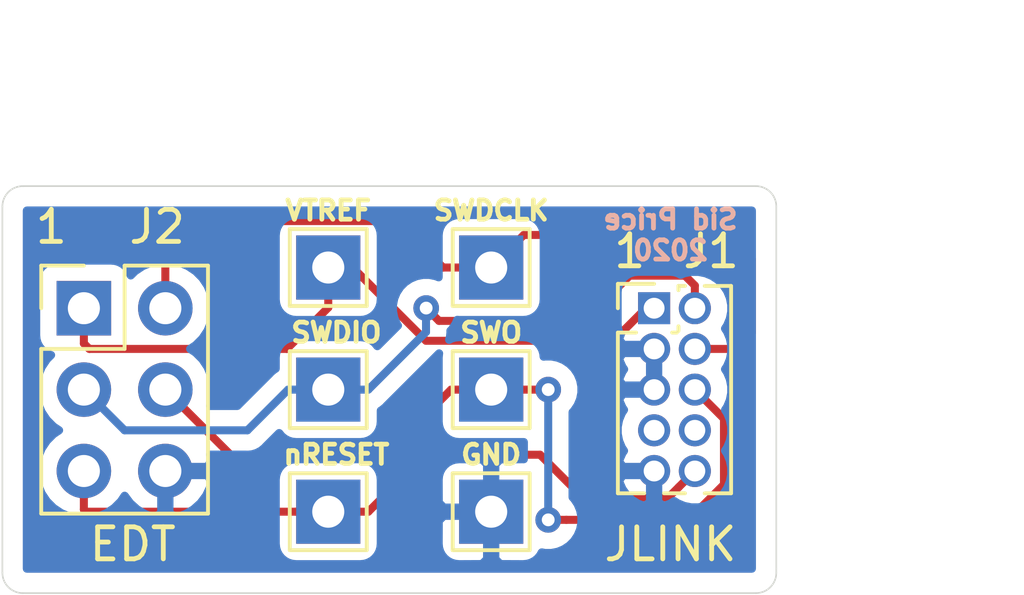
<source format=kicad_pcb>
(kicad_pcb (version 20171130) (host pcbnew "(5.1.5)-3")

  (general
    (thickness 1.6)
    (drawings 22)
    (tracks 61)
    (zones 0)
    (modules 8)
    (nets 9)
  )

  (page A4)
  (layers
    (0 F.Cu signal)
    (31 B.Cu signal)
    (32 B.Adhes user)
    (33 F.Adhes user)
    (34 B.Paste user)
    (35 F.Paste user)
    (36 B.SilkS user)
    (37 F.SilkS user)
    (38 B.Mask user)
    (39 F.Mask user)
    (40 Dwgs.User user)
    (41 Cmts.User user)
    (42 Eco1.User user)
    (43 Eco2.User user)
    (44 Edge.Cuts user)
    (45 Margin user)
    (46 B.CrtYd user)
    (47 F.CrtYd user)
    (48 B.Fab user hide)
    (49 F.Fab user hide)
  )

  (setup
    (last_trace_width 0.25)
    (user_trace_width 0.5)
    (user_trace_width 1)
    (user_trace_width 2)
    (user_trace_width 5)
    (trace_clearance 0.2)
    (zone_clearance 0.508)
    (zone_45_only no)
    (trace_min 0.2)
    (via_size 0.8)
    (via_drill 0.4)
    (via_min_size 0.4)
    (via_min_drill 0.3)
    (uvia_size 0.3)
    (uvia_drill 0.1)
    (uvias_allowed no)
    (uvia_min_size 0.2)
    (uvia_min_drill 0.1)
    (edge_width 0.05)
    (segment_width 0.2)
    (pcb_text_width 0.3)
    (pcb_text_size 1.5 1.5)
    (mod_edge_width 0.12)
    (mod_text_size 1 1)
    (mod_text_width 0.15)
    (pad_size 1.524 1.524)
    (pad_drill 0.762)
    (pad_to_mask_clearance 0.051)
    (solder_mask_min_width 0.25)
    (aux_axis_origin 0 0)
    (visible_elements 7FFFFFFF)
    (pcbplotparams
      (layerselection 0x010fc_ffffffff)
      (usegerberextensions false)
      (usegerberattributes false)
      (usegerberadvancedattributes false)
      (creategerberjobfile false)
      (excludeedgelayer true)
      (linewidth 0.100000)
      (plotframeref false)
      (viasonmask false)
      (mode 1)
      (useauxorigin false)
      (hpglpennumber 1)
      (hpglpenspeed 20)
      (hpglpendiameter 15.000000)
      (psnegative false)
      (psa4output false)
      (plotreference true)
      (plotvalue true)
      (plotinvisibletext false)
      (padsonsilk false)
      (subtractmaskfromsilk false)
      (outputformat 1)
      (mirror false)
      (drillshape 1)
      (scaleselection 1)
      (outputdirectory ""))
  )

  (net 0 "")
  (net 1 /nRESET)
  (net 2 /GND)
  (net 3 "Net-(J1-Pad8)")
  (net 4 "Net-(J1-Pad7)")
  (net 5 /SWO)
  (net 6 /SWDCLK)
  (net 7 /SWDIO)
  (net 8 /VTREF)

  (net_class Default "This is the default net class."
    (clearance 0.2)
    (trace_width 0.25)
    (via_dia 0.8)
    (via_drill 0.4)
    (uvia_dia 0.3)
    (uvia_drill 0.1)
    (add_net /GND)
    (add_net /SWDCLK)
    (add_net /SWDIO)
    (add_net /SWO)
    (add_net /VTREF)
    (add_net /nRESET)
    (add_net "Net-(J1-Pad7)")
    (add_net "Net-(J1-Pad8)")
  )

  (module Connector_PinHeader_1.27mm:PinHeader_2x05_P1.27mm_Vertical (layer F.Cu) (tedit 59FED6E3) (tstamp 5E93B445)
    (at 144.78 99.06)
    (descr "Through hole straight pin header, 2x05, 1.27mm pitch, double rows")
    (tags "Through hole pin header THT 2x05 1.27mm double row")
    (path /5E94CED8)
    (fp_text reference J1 (at 1.778 -1.778) (layer F.SilkS)
      (effects (font (size 1 1) (thickness 0.15)))
    )
    (fp_text value Conn_02x05_Odd_Even (at 0.635 6.775) (layer F.Fab)
      (effects (font (size 1 1) (thickness 0.15)))
    )
    (fp_text user %R (at 0.635 2.54 90) (layer F.Fab)
      (effects (font (size 1 1) (thickness 0.15)))
    )
    (fp_line (start 2.85 -1.15) (end -1.6 -1.15) (layer F.CrtYd) (width 0.05))
    (fp_line (start 2.85 6.25) (end 2.85 -1.15) (layer F.CrtYd) (width 0.05))
    (fp_line (start -1.6 6.25) (end 2.85 6.25) (layer F.CrtYd) (width 0.05))
    (fp_line (start -1.6 -1.15) (end -1.6 6.25) (layer F.CrtYd) (width 0.05))
    (fp_line (start -1.13 -0.76) (end 0 -0.76) (layer F.SilkS) (width 0.12))
    (fp_line (start -1.13 0) (end -1.13 -0.76) (layer F.SilkS) (width 0.12))
    (fp_line (start 1.57753 -0.695) (end 2.4 -0.695) (layer F.SilkS) (width 0.12))
    (fp_line (start 0.76 -0.695) (end 0.96247 -0.695) (layer F.SilkS) (width 0.12))
    (fp_line (start 0.76 -0.563471) (end 0.76 -0.695) (layer F.SilkS) (width 0.12))
    (fp_line (start 0.76 0.706529) (end 0.76 0.563471) (layer F.SilkS) (width 0.12))
    (fp_line (start 0.563471 0.76) (end 0.706529 0.76) (layer F.SilkS) (width 0.12))
    (fp_line (start -1.13 0.76) (end -0.563471 0.76) (layer F.SilkS) (width 0.12))
    (fp_line (start 2.4 -0.695) (end 2.4 5.775) (layer F.SilkS) (width 0.12))
    (fp_line (start -1.13 0.76) (end -1.13 5.775) (layer F.SilkS) (width 0.12))
    (fp_line (start 0.30753 5.775) (end 0.96247 5.775) (layer F.SilkS) (width 0.12))
    (fp_line (start 1.57753 5.775) (end 2.4 5.775) (layer F.SilkS) (width 0.12))
    (fp_line (start -1.13 5.775) (end -0.30753 5.775) (layer F.SilkS) (width 0.12))
    (fp_line (start -1.07 0.2175) (end -0.2175 -0.635) (layer F.Fab) (width 0.1))
    (fp_line (start -1.07 5.715) (end -1.07 0.2175) (layer F.Fab) (width 0.1))
    (fp_line (start 2.34 5.715) (end -1.07 5.715) (layer F.Fab) (width 0.1))
    (fp_line (start 2.34 -0.635) (end 2.34 5.715) (layer F.Fab) (width 0.1))
    (fp_line (start -0.2175 -0.635) (end 2.34 -0.635) (layer F.Fab) (width 0.1))
    (pad 10 thru_hole oval (at 1.27 5.08) (size 1 1) (drill 0.65) (layers *.Cu *.Mask)
      (net 1 /nRESET))
    (pad 9 thru_hole oval (at 0 5.08) (size 1 1) (drill 0.65) (layers *.Cu *.Mask)
      (net 2 /GND))
    (pad 8 thru_hole oval (at 1.27 3.81) (size 1 1) (drill 0.65) (layers *.Cu *.Mask)
      (net 3 "Net-(J1-Pad8)"))
    (pad 7 thru_hole oval (at 0 3.81) (size 1 1) (drill 0.65) (layers *.Cu *.Mask)
      (net 4 "Net-(J1-Pad7)"))
    (pad 6 thru_hole oval (at 1.27 2.54) (size 1 1) (drill 0.65) (layers *.Cu *.Mask)
      (net 5 /SWO))
    (pad 5 thru_hole oval (at 0 2.54) (size 1 1) (drill 0.65) (layers *.Cu *.Mask)
      (net 2 /GND))
    (pad 4 thru_hole oval (at 1.27 1.27) (size 1 1) (drill 0.65) (layers *.Cu *.Mask)
      (net 6 /SWDCLK))
    (pad 3 thru_hole oval (at 0 1.27) (size 1 1) (drill 0.65) (layers *.Cu *.Mask)
      (net 2 /GND))
    (pad 2 thru_hole oval (at 1.27 0) (size 1 1) (drill 0.65) (layers *.Cu *.Mask)
      (net 7 /SWDIO))
    (pad 1 thru_hole rect (at 0 0) (size 1 1) (drill 0.65) (layers *.Cu *.Mask)
      (net 8 /VTREF))
    (model ${KISYS3DMOD}/Connector_PinHeader_1.27mm.3dshapes/PinHeader_2x05_P1.27mm_Vertical.wrl
      (at (xyz 0 0 0))
      (scale (xyz 1 1 1))
      (rotate (xyz 0 0 0))
    )
  )

  (module Connector_PinHeader_2.54mm:PinHeader_2x03_P2.54mm_Vertical (layer F.Cu) (tedit 59FED5CC) (tstamp 5E93B364)
    (at 127 99.06)
    (descr "Through hole straight pin header, 2x03, 2.54mm pitch, double rows")
    (tags "Through hole pin header THT 2x03 2.54mm double row")
    (path /5E94BBFA)
    (fp_text reference J2 (at 2.286 -2.54) (layer F.SilkS)
      (effects (font (size 1 1) (thickness 0.15)))
    )
    (fp_text value Conn_02x03_Odd_Even (at 1.27 7.41) (layer F.Fab)
      (effects (font (size 1 1) (thickness 0.15)))
    )
    (fp_text user %R (at 1.27 2.54 90) (layer F.Fab)
      (effects (font (size 1 1) (thickness 0.15)))
    )
    (fp_line (start 4.35 -1.8) (end -1.8 -1.8) (layer F.CrtYd) (width 0.05))
    (fp_line (start 4.35 6.85) (end 4.35 -1.8) (layer F.CrtYd) (width 0.05))
    (fp_line (start -1.8 6.85) (end 4.35 6.85) (layer F.CrtYd) (width 0.05))
    (fp_line (start -1.8 -1.8) (end -1.8 6.85) (layer F.CrtYd) (width 0.05))
    (fp_line (start -1.33 -1.33) (end 0 -1.33) (layer F.SilkS) (width 0.12))
    (fp_line (start -1.33 0) (end -1.33 -1.33) (layer F.SilkS) (width 0.12))
    (fp_line (start 1.27 -1.33) (end 3.87 -1.33) (layer F.SilkS) (width 0.12))
    (fp_line (start 1.27 1.27) (end 1.27 -1.33) (layer F.SilkS) (width 0.12))
    (fp_line (start -1.33 1.27) (end 1.27 1.27) (layer F.SilkS) (width 0.12))
    (fp_line (start 3.87 -1.33) (end 3.87 6.41) (layer F.SilkS) (width 0.12))
    (fp_line (start -1.33 1.27) (end -1.33 6.41) (layer F.SilkS) (width 0.12))
    (fp_line (start -1.33 6.41) (end 3.87 6.41) (layer F.SilkS) (width 0.12))
    (fp_line (start -1.27 0) (end 0 -1.27) (layer F.Fab) (width 0.1))
    (fp_line (start -1.27 6.35) (end -1.27 0) (layer F.Fab) (width 0.1))
    (fp_line (start 3.81 6.35) (end -1.27 6.35) (layer F.Fab) (width 0.1))
    (fp_line (start 3.81 -1.27) (end 3.81 6.35) (layer F.Fab) (width 0.1))
    (fp_line (start 0 -1.27) (end 3.81 -1.27) (layer F.Fab) (width 0.1))
    (pad 6 thru_hole oval (at 2.54 5.08) (size 1.7 1.7) (drill 1) (layers *.Cu *.Mask)
      (net 2 /GND))
    (pad 5 thru_hole oval (at 0 5.08) (size 1.7 1.7) (drill 1) (layers *.Cu *.Mask)
      (net 1 /nRESET))
    (pad 4 thru_hole oval (at 2.54 2.54) (size 1.7 1.7) (drill 1) (layers *.Cu *.Mask)
      (net 5 /SWO))
    (pad 3 thru_hole oval (at 0 2.54) (size 1.7 1.7) (drill 1) (layers *.Cu *.Mask)
      (net 7 /SWDIO))
    (pad 2 thru_hole oval (at 2.54 0) (size 1.7 1.7) (drill 1) (layers *.Cu *.Mask)
      (net 6 /SWDCLK))
    (pad 1 thru_hole rect (at 0 0) (size 1.7 1.7) (drill 1) (layers *.Cu *.Mask)
      (net 8 /VTREF))
    (model ${KISYS3DMOD}/Connector_PinHeader_2.54mm.3dshapes/PinHeader_2x03_P2.54mm_Vertical.wrl
      (at (xyz 0 0 0))
      (scale (xyz 1 1 1))
      (rotate (xyz 0 0 0))
    )
  )

  (module TestPoint:TestPoint_THTPad_2.0x2.0mm_Drill1.0mm (layer F.Cu) (tedit 5A0F774F) (tstamp 5E94DF16)
    (at 139.7 105.41)
    (descr "THT rectangular pad as test Point, square 2.0mm_Drill1.0mm  side length, hole diameter 1.0mm")
    (tags "test point THT pad rectangle square")
    (path /5E950CE9)
    (attr virtual)
    (fp_text reference TP6 (at 0 -1.998) (layer F.SilkS) hide
      (effects (font (size 1 1) (thickness 0.15)))
    )
    (fp_text value TestPoint_Probe (at 0 2.05) (layer F.Fab)
      (effects (font (size 1 1) (thickness 0.15)))
    )
    (fp_line (start 1.5 1.5) (end -1.5 1.5) (layer F.CrtYd) (width 0.05))
    (fp_line (start 1.5 1.5) (end 1.5 -1.5) (layer F.CrtYd) (width 0.05))
    (fp_line (start -1.5 -1.5) (end -1.5 1.5) (layer F.CrtYd) (width 0.05))
    (fp_line (start -1.5 -1.5) (end 1.5 -1.5) (layer F.CrtYd) (width 0.05))
    (fp_line (start -1.2 1.2) (end -1.2 -1.2) (layer F.SilkS) (width 0.12))
    (fp_line (start 1.2 1.2) (end -1.2 1.2) (layer F.SilkS) (width 0.12))
    (fp_line (start 1.2 -1.2) (end 1.2 1.2) (layer F.SilkS) (width 0.12))
    (fp_line (start -1.2 -1.2) (end 1.2 -1.2) (layer F.SilkS) (width 0.12))
    (fp_text user %R (at 0 -2) (layer F.Fab)
      (effects (font (size 1 1) (thickness 0.15)))
    )
    (pad 1 thru_hole rect (at 0 0) (size 2 2) (drill 1) (layers *.Cu *.Mask)
      (net 2 /GND))
  )

  (module TestPoint:TestPoint_THTPad_2.0x2.0mm_Drill1.0mm (layer F.Cu) (tedit 5A0F774F) (tstamp 5E94D1BF)
    (at 134.62 105.41)
    (descr "THT rectangular pad as test Point, square 2.0mm_Drill1.0mm  side length, hole diameter 1.0mm")
    (tags "test point THT pad rectangle square")
    (path /5E950C0C)
    (attr virtual)
    (fp_text reference TP5 (at 0 -1.998) (layer F.SilkS) hide
      (effects (font (size 1 1) (thickness 0.15)))
    )
    (fp_text value TestPoint_Probe (at 0 2.05) (layer F.Fab)
      (effects (font (size 1 1) (thickness 0.15)))
    )
    (fp_line (start 1.5 1.5) (end -1.5 1.5) (layer F.CrtYd) (width 0.05))
    (fp_line (start 1.5 1.5) (end 1.5 -1.5) (layer F.CrtYd) (width 0.05))
    (fp_line (start -1.5 -1.5) (end -1.5 1.5) (layer F.CrtYd) (width 0.05))
    (fp_line (start -1.5 -1.5) (end 1.5 -1.5) (layer F.CrtYd) (width 0.05))
    (fp_line (start -1.2 1.2) (end -1.2 -1.2) (layer F.SilkS) (width 0.12))
    (fp_line (start 1.2 1.2) (end -1.2 1.2) (layer F.SilkS) (width 0.12))
    (fp_line (start 1.2 -1.2) (end 1.2 1.2) (layer F.SilkS) (width 0.12))
    (fp_line (start -1.2 -1.2) (end 1.2 -1.2) (layer F.SilkS) (width 0.12))
    (fp_text user %R (at 0 -2) (layer F.Fab)
      (effects (font (size 1 1) (thickness 0.15)))
    )
    (pad 1 thru_hole rect (at 0 0) (size 2 2) (drill 1) (layers *.Cu *.Mask)
      (net 1 /nRESET))
  )

  (module TestPoint:TestPoint_THTPad_2.0x2.0mm_Drill1.0mm (layer F.Cu) (tedit 5A0F774F) (tstamp 5E94D123)
    (at 134.62 97.79)
    (descr "THT rectangular pad as test Point, square 2.0mm_Drill1.0mm  side length, hole diameter 1.0mm")
    (tags "test point THT pad rectangle square")
    (path /5E950B2F)
    (attr virtual)
    (fp_text reference TP4 (at 0 -1.778) (layer F.SilkS) hide
      (effects (font (size 0.75 0.75) (thickness 0.15)))
    )
    (fp_text value TestPoint_Probe (at 0 2.05) (layer F.Fab)
      (effects (font (size 1 1) (thickness 0.15)))
    )
    (fp_line (start 1.5 1.5) (end -1.5 1.5) (layer F.CrtYd) (width 0.05))
    (fp_line (start 1.5 1.5) (end 1.5 -1.5) (layer F.CrtYd) (width 0.05))
    (fp_line (start -1.5 -1.5) (end -1.5 1.5) (layer F.CrtYd) (width 0.05))
    (fp_line (start -1.5 -1.5) (end 1.5 -1.5) (layer F.CrtYd) (width 0.05))
    (fp_line (start -1.2 1.2) (end -1.2 -1.2) (layer F.SilkS) (width 0.12))
    (fp_line (start 1.2 1.2) (end -1.2 1.2) (layer F.SilkS) (width 0.12))
    (fp_line (start 1.2 -1.2) (end 1.2 1.2) (layer F.SilkS) (width 0.12))
    (fp_line (start -1.2 -1.2) (end 1.2 -1.2) (layer F.SilkS) (width 0.12))
    (fp_text user %R (at 0 -2) (layer F.Fab)
      (effects (font (size 1 1) (thickness 0.15)))
    )
    (pad 1 thru_hole rect (at 0 0) (size 2 2) (drill 1) (layers *.Cu *.Mask)
      (net 8 /VTREF))
  )

  (module TestPoint:TestPoint_THTPad_2.0x2.0mm_Drill1.0mm (layer F.Cu) (tedit 5A0F774F) (tstamp 5E94D171)
    (at 139.7 101.6)
    (descr "THT rectangular pad as test Point, square 2.0mm_Drill1.0mm  side length, hole diameter 1.0mm")
    (tags "test point THT pad rectangle square")
    (path /5E950A52)
    (attr virtual)
    (fp_text reference TP3 (at 0 -1.998) (layer F.SilkS) hide
      (effects (font (size 1 1) (thickness 0.15)))
    )
    (fp_text value TestPoint_Probe (at 0 2.05) (layer F.Fab)
      (effects (font (size 1 1) (thickness 0.15)))
    )
    (fp_line (start 1.5 1.5) (end -1.5 1.5) (layer F.CrtYd) (width 0.05))
    (fp_line (start 1.5 1.5) (end 1.5 -1.5) (layer F.CrtYd) (width 0.05))
    (fp_line (start -1.5 -1.5) (end -1.5 1.5) (layer F.CrtYd) (width 0.05))
    (fp_line (start -1.5 -1.5) (end 1.5 -1.5) (layer F.CrtYd) (width 0.05))
    (fp_line (start -1.2 1.2) (end -1.2 -1.2) (layer F.SilkS) (width 0.12))
    (fp_line (start 1.2 1.2) (end -1.2 1.2) (layer F.SilkS) (width 0.12))
    (fp_line (start 1.2 -1.2) (end 1.2 1.2) (layer F.SilkS) (width 0.12))
    (fp_line (start -1.2 -1.2) (end 1.2 -1.2) (layer F.SilkS) (width 0.12))
    (fp_text user %R (at 0 -2) (layer F.Fab)
      (effects (font (size 1 1) (thickness 0.15)))
    )
    (pad 1 thru_hole rect (at 0 0) (size 2 2) (drill 1) (layers *.Cu *.Mask)
      (net 5 /SWO))
  )

  (module TestPoint:TestPoint_THTPad_2.0x2.0mm_Drill1.0mm (layer F.Cu) (tedit 5A0F774F) (tstamp 5E94D198)
    (at 139.7 97.79)
    (descr "THT rectangular pad as test Point, square 2.0mm_Drill1.0mm  side length, hole diameter 1.0mm")
    (tags "test point THT pad rectangle square")
    (path /5E950970)
    (attr virtual)
    (fp_text reference TP2 (at 0 -1.998) (layer F.SilkS) hide
      (effects (font (size 1 1) (thickness 0.15)))
    )
    (fp_text value TestPoint_Probe (at 0 2.05) (layer F.Fab)
      (effects (font (size 1 1) (thickness 0.15)))
    )
    (fp_line (start 1.5 1.5) (end -1.5 1.5) (layer F.CrtYd) (width 0.05))
    (fp_line (start 1.5 1.5) (end 1.5 -1.5) (layer F.CrtYd) (width 0.05))
    (fp_line (start -1.5 -1.5) (end -1.5 1.5) (layer F.CrtYd) (width 0.05))
    (fp_line (start -1.5 -1.5) (end 1.5 -1.5) (layer F.CrtYd) (width 0.05))
    (fp_line (start -1.2 1.2) (end -1.2 -1.2) (layer F.SilkS) (width 0.12))
    (fp_line (start 1.2 1.2) (end -1.2 1.2) (layer F.SilkS) (width 0.12))
    (fp_line (start 1.2 -1.2) (end 1.2 1.2) (layer F.SilkS) (width 0.12))
    (fp_line (start -1.2 -1.2) (end 1.2 -1.2) (layer F.SilkS) (width 0.12))
    (fp_text user %R (at 0 -2) (layer F.Fab)
      (effects (font (size 1 1) (thickness 0.15)))
    )
    (pad 1 thru_hole rect (at 0 0) (size 2 2) (drill 1) (layers *.Cu *.Mask)
      (net 6 /SWDCLK))
  )

  (module TestPoint:TestPoint_THTPad_2.0x2.0mm_Drill1.0mm (layer F.Cu) (tedit 5A0F774F) (tstamp 5E94D14A)
    (at 134.62 101.6)
    (descr "THT rectangular pad as test Point, square 2.0mm_Drill1.0mm  side length, hole diameter 1.0mm")
    (tags "test point THT pad rectangle square")
    (path /5E947A39)
    (attr virtual)
    (fp_text reference TP1 (at 0 -1.998) (layer F.SilkS) hide
      (effects (font (size 1 1) (thickness 0.15)))
    )
    (fp_text value TestPoint_Probe (at 0 2.05) (layer F.Fab)
      (effects (font (size 1 1) (thickness 0.15)))
    )
    (fp_line (start 1.5 1.5) (end -1.5 1.5) (layer F.CrtYd) (width 0.05))
    (fp_line (start 1.5 1.5) (end 1.5 -1.5) (layer F.CrtYd) (width 0.05))
    (fp_line (start -1.5 -1.5) (end -1.5 1.5) (layer F.CrtYd) (width 0.05))
    (fp_line (start -1.5 -1.5) (end 1.5 -1.5) (layer F.CrtYd) (width 0.05))
    (fp_line (start -1.2 1.2) (end -1.2 -1.2) (layer F.SilkS) (width 0.12))
    (fp_line (start 1.2 1.2) (end -1.2 1.2) (layer F.SilkS) (width 0.12))
    (fp_line (start 1.2 -1.2) (end 1.2 1.2) (layer F.SilkS) (width 0.12))
    (fp_line (start -1.2 -1.2) (end 1.2 -1.2) (layer F.SilkS) (width 0.12))
    (fp_text user %R (at 0 -2) (layer F.Fab)
      (effects (font (size 1 1) (thickness 0.15)))
    )
    (pad 1 thru_hole rect (at 0 0) (size 2 2) (drill 1) (layers *.Cu *.Mask)
      (net 7 /SWDIO))
  )

  (gr_arc (start 147.955 95.885) (end 148.59 95.885) (angle -90) (layer Edge.Cuts) (width 0.05))
  (gr_line (start 148.59 107.315) (end 148.59 107.188) (layer Edge.Cuts) (width 0.05) (tstamp 5E95527D))
  (gr_arc (start 147.955 107.315) (end 147.955 107.95) (angle -90) (layer Edge.Cuts) (width 0.05))
  (gr_line (start 148.59 95.885) (end 148.59 107.188) (layer Edge.Cuts) (width 0.05))
  (gr_line (start 147.955 107.95) (end 125.095 107.95) (layer Edge.Cuts) (width 0.05) (tstamp 5E95527B))
  (gr_arc (start 125.095 107.315) (end 124.46 107.315) (angle -90) (layer Edge.Cuts) (width 0.05))
  (gr_arc (start 125.095 95.885) (end 125.095 95.25) (angle -90) (layer Edge.Cuts) (width 0.05))
  (gr_line (start 124.46 95.885) (end 124.46 107.315) (layer Edge.Cuts) (width 0.05))
  (gr_line (start 125.095 95.25) (end 147.955 95.25) (layer Edge.Cuts) (width 0.05))
  (gr_text "Sid Price\n2020" (at 145.288 96.774) (layer B.SilkS)
    (effects (font (size 0.6 0.6) (thickness 0.15)) (justify mirror))
  )
  (gr_text JLINK (at 145.288 106.426) (layer F.SilkS)
    (effects (font (size 1 1) (thickness 0.15)))
  )
  (gr_text EDT (at 128.524 106.426) (layer F.SilkS)
    (effects (font (size 1 1) (thickness 0.15)))
  )
  (gr_text 1 (at 144.018 97.282) (layer F.SilkS)
    (effects (font (size 1 1) (thickness 0.15)))
  )
  (gr_text 1 (at 125.984 96.52) (layer F.SilkS)
    (effects (font (size 1 1) (thickness 0.15)))
  )
  (gr_text GND (at 139.7 103.632) (layer F.SilkS) (tstamp 5E94EA14)
    (effects (font (size 0.6 0.6) (thickness 0.15)))
  )
  (gr_text nRESET (at 134.874 103.632) (layer F.SilkS) (tstamp 5E94E9CD)
    (effects (font (size 0.6 0.6) (thickness 0.15)))
  )
  (gr_text SWO (at 139.7 99.822) (layer F.SilkS) (tstamp 5E94E9CD)
    (effects (font (size 0.6 0.6) (thickness 0.15)))
  )
  (gr_text SWDIO (at 134.874 99.822) (layer F.SilkS) (tstamp 5E94E9CD)
    (effects (font (size 0.6 0.6) (thickness 0.15)))
  )
  (gr_text SWDCLK (at 139.7 96.012) (layer F.SilkS) (tstamp 5E94E9CD)
    (effects (font (size 0.6 0.6) (thickness 0.15)))
  )
  (gr_text VTREF (at 134.62 96.012) (layer F.SilkS)
    (effects (font (size 0.6 0.6) (thickness 0.15)))
  )
  (dimension 12.7 (width 0.15) (layer Dwgs.User)
    (gr_text "0.5000 in" (at 154.97 101.6 270) (layer Dwgs.User)
      (effects (font (size 1 1) (thickness 0.15)))
    )
    (feature1 (pts (xy 148.59 107.95) (xy 154.256421 107.95)))
    (feature2 (pts (xy 148.59 95.25) (xy 154.256421 95.25)))
    (crossbar (pts (xy 153.67 95.25) (xy 153.67 107.95)))
    (arrow1a (pts (xy 153.67 107.95) (xy 153.083579 106.823496)))
    (arrow1b (pts (xy 153.67 107.95) (xy 154.256421 106.823496)))
    (arrow2a (pts (xy 153.67 95.25) (xy 153.083579 96.376504)))
    (arrow2b (pts (xy 153.67 95.25) (xy 154.256421 96.376504)))
  )
  (dimension 24.13 (width 0.15) (layer Dwgs.User)
    (gr_text "0.9500 in" (at 136.525 90.14) (layer Dwgs.User)
      (effects (font (size 1 1) (thickness 0.15)))
    )
    (feature1 (pts (xy 148.59 95.25) (xy 148.59 90.853579)))
    (feature2 (pts (xy 124.46 95.25) (xy 124.46 90.853579)))
    (crossbar (pts (xy 124.46 91.44) (xy 148.59 91.44)))
    (arrow1a (pts (xy 148.59 91.44) (xy 147.463496 92.026421)))
    (arrow1b (pts (xy 148.59 91.44) (xy 147.463496 90.853579)))
    (arrow2a (pts (xy 124.46 91.44) (xy 125.586504 92.026421)))
    (arrow2b (pts (xy 124.46 91.44) (xy 125.586504 90.853579)))
  )

  (segment (start 133.604 105.41) (end 134.62 105.41) (width 0.25) (layer F.Cu) (net 1))
  (segment (start 135.87 105.41) (end 137.648 103.632) (width 0.25) (layer F.Cu) (net 1))
  (segment (start 134.62 105.41) (end 135.87 105.41) (width 0.25) (layer F.Cu) (net 1))
  (segment (start 137.648 103.632) (end 141.224 103.632) (width 0.25) (layer F.Cu) (net 1))
  (segment (start 145.224999 104.965001) (end 145.550001 104.639999) (width 0.25) (layer F.Cu) (net 1))
  (segment (start 145.550001 104.639999) (end 146.05 104.14) (width 0.25) (layer F.Cu) (net 1))
  (segment (start 142.557001 104.965001) (end 145.224999 104.965001) (width 0.25) (layer F.Cu) (net 1))
  (segment (start 141.224 103.632) (end 142.557001 104.965001) (width 0.25) (layer F.Cu) (net 1))
  (segment (start 127 105.342081) (end 127 104.14) (width 0.25) (layer F.Cu) (net 1))
  (segment (start 127.067919 105.41) (end 127 105.342081) (width 0.25) (layer F.Cu) (net 1))
  (segment (start 134.62 105.41) (end 127.067919 105.41) (width 0.25) (layer F.Cu) (net 1))
  (segment (start 139.7 101.6) (end 141.477986 101.6) (width 0.25) (layer F.Cu) (net 5))
  (via (at 141.477986 101.6) (size 0.8) (drill 0.4) (layers F.Cu B.Cu) (net 5))
  (segment (start 141.477986 105.663986) (end 141.478 105.664) (width 0.25) (layer B.Cu) (net 5))
  (segment (start 142.043685 105.664) (end 141.478 105.664) (width 0.25) (layer F.Cu) (net 5))
  (segment (start 145.853685 105.664) (end 142.043685 105.664) (width 0.25) (layer F.Cu) (net 5))
  (segment (start 146.957999 102.507999) (end 146.957999 104.559686) (width 0.25) (layer F.Cu) (net 5))
  (via (at 141.478 105.664) (size 0.8) (drill 0.4) (layers F.Cu B.Cu) (net 5))
  (segment (start 146.957999 104.559686) (end 145.853685 105.664) (width 0.25) (layer F.Cu) (net 5))
  (segment (start 146.05 101.6) (end 146.957999 102.507999) (width 0.25) (layer F.Cu) (net 5))
  (segment (start 141.477986 101.6) (end 141.477986 105.663986) (width 0.25) (layer B.Cu) (net 5))
  (segment (start 138.45 101.6) (end 136.418 103.632) (width 0.25) (layer F.Cu) (net 5))
  (segment (start 139.7 101.6) (end 138.45 101.6) (width 0.25) (layer F.Cu) (net 5))
  (segment (start 131.572 103.632) (end 129.54 101.6) (width 0.25) (layer F.Cu) (net 5))
  (segment (start 136.418 103.632) (end 131.572 103.632) (width 0.25) (layer F.Cu) (net 5))
  (segment (start 136.749999 96.339999) (end 138.2 97.79) (width 0.25) (layer F.Cu) (net 6))
  (segment (start 138.2 97.79) (end 139.7 97.79) (width 0.25) (layer F.Cu) (net 6))
  (segment (start 147.32 100.33) (end 146.05 100.33) (width 0.25) (layer F.Cu) (net 6))
  (segment (start 140.716 96.774) (end 147.066 96.774) (width 0.25) (layer F.Cu) (net 6))
  (segment (start 147.066 96.774) (end 147.828 97.536) (width 0.25) (layer F.Cu) (net 6))
  (segment (start 147.828 97.536) (end 147.828 99.822) (width 0.25) (layer F.Cu) (net 6))
  (segment (start 139.7 97.79) (end 140.716 96.774) (width 0.25) (layer F.Cu) (net 6))
  (segment (start 147.828 99.822) (end 147.32 100.33) (width 0.25) (layer F.Cu) (net 6))
  (segment (start 136.749999 96.339999) (end 130.883999 96.339999) (width 0.25) (layer F.Cu) (net 6))
  (segment (start 129.54 97.683998) (end 129.54 99.06) (width 0.25) (layer F.Cu) (net 6))
  (segment (start 130.883999 96.339999) (end 129.54 97.683998) (width 0.25) (layer F.Cu) (net 6))
  (segment (start 135.87 101.6) (end 137.668 99.802) (width 0.25) (layer B.Cu) (net 7))
  (segment (start 134.62 101.6) (end 135.87 101.6) (width 0.25) (layer B.Cu) (net 7))
  (segment (start 137.668 99.802) (end 137.668 99.06) (width 0.25) (layer B.Cu) (net 7))
  (via (at 137.672653 99.055347) (size 0.8) (drill 0.4) (layers F.Cu B.Cu) (net 7))
  (segment (start 137.668 99.06) (end 137.672653 99.055347) (width 0.25) (layer B.Cu) (net 7))
  (segment (start 138.072652 99.455346) (end 142.606654 99.455346) (width 0.25) (layer F.Cu) (net 7))
  (segment (start 137.672653 99.055347) (end 138.072652 99.455346) (width 0.25) (layer F.Cu) (net 7))
  (segment (start 142.606654 99.455346) (end 144.018 98.044) (width 0.25) (layer F.Cu) (net 7))
  (segment (start 146.05 98.352894) (end 146.05 99.06) (width 0.25) (layer F.Cu) (net 7))
  (segment (start 145.741106 98.044) (end 146.05 98.352894) (width 0.25) (layer F.Cu) (net 7))
  (segment (start 144.018 98.044) (end 145.741106 98.044) (width 0.25) (layer F.Cu) (net 7))
  (segment (start 133.37 101.6) (end 132.1 102.87) (width 0.25) (layer B.Cu) (net 7))
  (segment (start 134.62 101.6) (end 133.37 101.6) (width 0.25) (layer B.Cu) (net 7))
  (segment (start 128.27 102.87) (end 127 101.6) (width 0.25) (layer B.Cu) (net 7))
  (segment (start 132.1 102.87) (end 128.27 102.87) (width 0.25) (layer B.Cu) (net 7))
  (segment (start 144.526 99.06) (end 144.78 99.06) (width 0.25) (layer F.Cu) (net 8))
  (segment (start 143.51 100.076) (end 144.526 99.06) (width 0.25) (layer F.Cu) (net 8))
  (segment (start 134.62 97.79) (end 135.382 97.79) (width 0.25) (layer F.Cu) (net 8))
  (segment (start 137.668 100.076) (end 143.51 100.076) (width 0.25) (layer F.Cu) (net 8))
  (segment (start 135.382 97.79) (end 137.668 100.076) (width 0.25) (layer F.Cu) (net 8))
  (segment (start 127.17 100.33) (end 127 100.16) (width 0.25) (layer F.Cu) (net 8))
  (segment (start 133.33 100.33) (end 127.17 100.33) (width 0.25) (layer F.Cu) (net 8))
  (segment (start 134.62 99.04) (end 133.33 100.33) (width 0.25) (layer F.Cu) (net 8))
  (segment (start 127 100.16) (end 127 99.06) (width 0.25) (layer F.Cu) (net 8))
  (segment (start 134.62 97.79) (end 134.62 99.04) (width 0.25) (layer F.Cu) (net 8))

  (zone (net 2) (net_name /GND) (layer B.Cu) (tstamp 0) (hatch edge 0.508)
    (connect_pads (clearance 0.508))
    (min_thickness 0.254)
    (fill yes (arc_segments 32) (thermal_gap 0.508) (thermal_bridge_width 0.508) (smoothing fillet))
    (polygon
      (pts
        (xy 147.955 107.315) (xy 125.095 107.315) (xy 125.095 95.885) (xy 147.955 95.885)
      )
    )
    (filled_polygon
      (pts
        (xy 147.828 107.188) (xy 125.222 107.188) (xy 125.222 98.21) (xy 125.511928 98.21) (xy 125.511928 99.91)
        (xy 125.524188 100.034482) (xy 125.560498 100.15418) (xy 125.619463 100.264494) (xy 125.698815 100.361185) (xy 125.795506 100.440537)
        (xy 125.90582 100.499502) (xy 125.97838 100.521513) (xy 125.846525 100.653368) (xy 125.68401 100.896589) (xy 125.572068 101.166842)
        (xy 125.515 101.45374) (xy 125.515 101.74626) (xy 125.572068 102.033158) (xy 125.68401 102.303411) (xy 125.846525 102.546632)
        (xy 126.053368 102.753475) (xy 126.22776 102.87) (xy 126.053368 102.986525) (xy 125.846525 103.193368) (xy 125.68401 103.436589)
        (xy 125.572068 103.706842) (xy 125.515 103.99374) (xy 125.515 104.28626) (xy 125.572068 104.573158) (xy 125.68401 104.843411)
        (xy 125.846525 105.086632) (xy 126.053368 105.293475) (xy 126.296589 105.45599) (xy 126.566842 105.567932) (xy 126.85374 105.625)
        (xy 127.14626 105.625) (xy 127.433158 105.567932) (xy 127.703411 105.45599) (xy 127.946632 105.293475) (xy 128.153475 105.086632)
        (xy 128.2711 104.910594) (xy 128.442412 105.140269) (xy 128.658645 105.335178) (xy 128.908748 105.484157) (xy 129.183109 105.581481)
        (xy 129.413 105.460814) (xy 129.413 104.267) (xy 129.667 104.267) (xy 129.667 105.460814) (xy 129.896891 105.581481)
        (xy 130.171252 105.484157) (xy 130.421355 105.335178) (xy 130.637588 105.140269) (xy 130.811641 104.90692) (xy 130.936825 104.644099)
        (xy 130.981476 104.49689) (xy 130.935622 104.41) (xy 132.981928 104.41) (xy 132.981928 106.41) (xy 132.994188 106.534482)
        (xy 133.030498 106.65418) (xy 133.089463 106.764494) (xy 133.168815 106.861185) (xy 133.265506 106.940537) (xy 133.37582 106.999502)
        (xy 133.495518 107.035812) (xy 133.62 107.048072) (xy 135.62 107.048072) (xy 135.744482 107.035812) (xy 135.86418 106.999502)
        (xy 135.974494 106.940537) (xy 136.071185 106.861185) (xy 136.150537 106.764494) (xy 136.209502 106.65418) (xy 136.245812 106.534482)
        (xy 136.258072 106.41) (xy 138.061928 106.41) (xy 138.074188 106.534482) (xy 138.110498 106.65418) (xy 138.169463 106.764494)
        (xy 138.248815 106.861185) (xy 138.345506 106.940537) (xy 138.45582 106.999502) (xy 138.575518 107.035812) (xy 138.7 107.048072)
        (xy 139.41425 107.045) (xy 139.573 106.88625) (xy 139.573 105.537) (xy 138.22375 105.537) (xy 138.065 105.69575)
        (xy 138.061928 106.41) (xy 136.258072 106.41) (xy 136.258072 104.41) (xy 138.061928 104.41) (xy 138.065 105.12425)
        (xy 138.22375 105.283) (xy 139.573 105.283) (xy 139.573 103.93375) (xy 139.41425 103.775) (xy 138.7 103.771928)
        (xy 138.575518 103.784188) (xy 138.45582 103.820498) (xy 138.345506 103.879463) (xy 138.248815 103.958815) (xy 138.169463 104.055506)
        (xy 138.110498 104.16582) (xy 138.074188 104.285518) (xy 138.061928 104.41) (xy 136.258072 104.41) (xy 136.245812 104.285518)
        (xy 136.209502 104.16582) (xy 136.150537 104.055506) (xy 136.071185 103.958815) (xy 135.974494 103.879463) (xy 135.86418 103.820498)
        (xy 135.744482 103.784188) (xy 135.62 103.771928) (xy 133.62 103.771928) (xy 133.495518 103.784188) (xy 133.37582 103.820498)
        (xy 133.265506 103.879463) (xy 133.168815 103.958815) (xy 133.089463 104.055506) (xy 133.030498 104.16582) (xy 132.994188 104.285518)
        (xy 132.981928 104.41) (xy 130.935622 104.41) (xy 130.860155 104.267) (xy 129.667 104.267) (xy 129.413 104.267)
        (xy 129.393 104.267) (xy 129.393 104.013) (xy 129.413 104.013) (xy 129.413 103.993) (xy 129.667 103.993)
        (xy 129.667 104.013) (xy 130.860155 104.013) (xy 130.981476 103.78311) (xy 130.936825 103.635901) (xy 130.934014 103.63)
        (xy 132.062678 103.63) (xy 132.1 103.633676) (xy 132.137322 103.63) (xy 132.137333 103.63) (xy 132.248986 103.619003)
        (xy 132.392247 103.575546) (xy 132.524276 103.504974) (xy 132.640001 103.410001) (xy 132.663804 103.380997) (xy 133.089844 102.954958)
        (xy 133.168815 103.051185) (xy 133.265506 103.130537) (xy 133.37582 103.189502) (xy 133.495518 103.225812) (xy 133.62 103.238072)
        (xy 135.62 103.238072) (xy 135.744482 103.225812) (xy 135.86418 103.189502) (xy 135.974494 103.130537) (xy 136.071185 103.051185)
        (xy 136.150537 102.954494) (xy 136.209502 102.84418) (xy 136.245812 102.724482) (xy 136.258072 102.6) (xy 136.258072 102.254326)
        (xy 136.294276 102.234974) (xy 136.410001 102.140001) (xy 136.433804 102.110997) (xy 138.076323 100.468479) (xy 138.074188 100.475518)
        (xy 138.061928 100.6) (xy 138.061928 102.6) (xy 138.074188 102.724482) (xy 138.110498 102.84418) (xy 138.169463 102.954494)
        (xy 138.248815 103.051185) (xy 138.345506 103.130537) (xy 138.45582 103.189502) (xy 138.575518 103.225812) (xy 138.7 103.238072)
        (xy 140.7 103.238072) (xy 140.717986 103.236301) (xy 140.717987 103.773699) (xy 140.7 103.771928) (xy 139.98575 103.775)
        (xy 139.827 103.93375) (xy 139.827 105.283) (xy 139.847 105.283) (xy 139.847 105.537) (xy 139.827 105.537)
        (xy 139.827 106.88625) (xy 139.98575 107.045) (xy 140.7 107.048072) (xy 140.824482 107.035812) (xy 140.94418 106.999502)
        (xy 141.054494 106.940537) (xy 141.151185 106.861185) (xy 141.230537 106.764494) (xy 141.276166 106.67913) (xy 141.376061 106.699)
        (xy 141.579939 106.699) (xy 141.779898 106.659226) (xy 141.968256 106.581205) (xy 142.137774 106.467937) (xy 142.281937 106.323774)
        (xy 142.395205 106.154256) (xy 142.473226 105.965898) (xy 142.513 105.765939) (xy 142.513 105.562061) (xy 142.473226 105.362102)
        (xy 142.395205 105.173744) (xy 142.281937 105.004226) (xy 142.237986 104.960275) (xy 142.237986 104.441874) (xy 143.685881 104.441874)
        (xy 143.702554 104.496864) (xy 143.792877 104.700206) (xy 143.921135 104.88202) (xy 144.082399 105.035318) (xy 144.270471 105.15421)
        (xy 144.478124 105.234126) (xy 144.653 105.109129) (xy 144.653 104.267) (xy 143.812046 104.267) (xy 143.685881 104.441874)
        (xy 142.237986 104.441874) (xy 142.237986 102.303711) (xy 142.281923 102.259774) (xy 142.395191 102.090256) (xy 142.473212 101.901898)
        (xy 142.512986 101.701939) (xy 142.512986 101.498061) (xy 142.473212 101.298102) (xy 142.395191 101.109744) (xy 142.281923 100.940226)
        (xy 142.13776 100.796063) (xy 141.968242 100.682795) (xy 141.845309 100.631874) (xy 143.685881 100.631874) (xy 143.702554 100.686864)
        (xy 143.792877 100.890206) (xy 143.845639 100.965) (xy 143.792877 101.039794) (xy 143.702554 101.243136) (xy 143.685881 101.298126)
        (xy 143.812046 101.473) (xy 144.653 101.473) (xy 144.653 100.457) (xy 143.812046 100.457) (xy 143.685881 100.631874)
        (xy 141.845309 100.631874) (xy 141.779884 100.604774) (xy 141.579925 100.565) (xy 141.376047 100.565) (xy 141.335421 100.573081)
        (xy 141.325812 100.475518) (xy 141.289502 100.35582) (xy 141.230537 100.245506) (xy 141.151185 100.148815) (xy 141.054494 100.069463)
        (xy 140.94418 100.010498) (xy 140.824482 99.974188) (xy 140.7 99.961928) (xy 138.7 99.961928) (xy 138.575518 99.974188)
        (xy 138.45582 100.010498) (xy 138.387945 100.046779) (xy 138.398742 100.011185) (xy 138.417003 99.950986) (xy 138.428 99.839333)
        (xy 138.428 99.839323) (xy 138.431676 99.802) (xy 138.428 99.764678) (xy 138.428 99.763711) (xy 138.47659 99.715121)
        (xy 138.589858 99.545603) (xy 138.64095 99.422256) (xy 138.7 99.428072) (xy 140.7 99.428072) (xy 140.824482 99.415812)
        (xy 140.94418 99.379502) (xy 141.054494 99.320537) (xy 141.151185 99.241185) (xy 141.230537 99.144494) (xy 141.289502 99.03418)
        (xy 141.325812 98.914482) (xy 141.338072 98.79) (xy 141.338072 98.56) (xy 143.641928 98.56) (xy 143.641928 99.56)
        (xy 143.654188 99.684482) (xy 143.690498 99.80418) (xy 143.73807 99.89318) (xy 143.702554 99.973136) (xy 143.685881 100.028126)
        (xy 143.812046 100.203) (xy 144.653 100.203) (xy 144.653 100.198072) (xy 144.907 100.198072) (xy 144.907 100.203)
        (xy 144.918026 100.203) (xy 144.915 100.218212) (xy 144.915 100.441788) (xy 144.918026 100.457) (xy 144.907 100.457)
        (xy 144.907 101.473) (xy 144.918026 101.473) (xy 144.915 101.488212) (xy 144.915 101.711788) (xy 144.918026 101.727)
        (xy 144.907 101.727) (xy 144.907 101.738026) (xy 144.891788 101.735) (xy 144.668212 101.735) (xy 144.653 101.738026)
        (xy 144.653 101.727) (xy 143.812046 101.727) (xy 143.685881 101.901874) (xy 143.702554 101.956864) (xy 143.792877 102.160206)
        (xy 143.842353 102.230342) (xy 143.774176 102.332376) (xy 143.688617 102.538933) (xy 143.645 102.758212) (xy 143.645 102.981788)
        (xy 143.688617 103.201067) (xy 143.774176 103.407624) (xy 143.842353 103.509658) (xy 143.792877 103.579794) (xy 143.702554 103.783136)
        (xy 143.685881 103.838126) (xy 143.812046 104.013) (xy 144.653 104.013) (xy 144.653 104.001974) (xy 144.668212 104.005)
        (xy 144.891788 104.005) (xy 144.907 104.001974) (xy 144.907 104.013) (xy 144.918026 104.013) (xy 144.915 104.028212)
        (xy 144.915 104.251788) (xy 144.918026 104.267) (xy 144.907 104.267) (xy 144.907 105.109129) (xy 145.081876 105.234126)
        (xy 145.289529 105.15421) (xy 145.410488 105.077744) (xy 145.512376 105.145824) (xy 145.718933 105.231383) (xy 145.938212 105.275)
        (xy 146.161788 105.275) (xy 146.381067 105.231383) (xy 146.587624 105.145824) (xy 146.77352 105.021612) (xy 146.931612 104.86352)
        (xy 147.055824 104.677624) (xy 147.141383 104.471067) (xy 147.185 104.251788) (xy 147.185 104.028212) (xy 147.141383 103.808933)
        (xy 147.055824 103.602376) (xy 146.990759 103.505) (xy 147.055824 103.407624) (xy 147.141383 103.201067) (xy 147.185 102.981788)
        (xy 147.185 102.758212) (xy 147.141383 102.538933) (xy 147.055824 102.332376) (xy 146.990759 102.235) (xy 147.055824 102.137624)
        (xy 147.141383 101.931067) (xy 147.185 101.711788) (xy 147.185 101.488212) (xy 147.141383 101.268933) (xy 147.055824 101.062376)
        (xy 146.990759 100.965) (xy 147.055824 100.867624) (xy 147.141383 100.661067) (xy 147.185 100.441788) (xy 147.185 100.218212)
        (xy 147.141383 99.998933) (xy 147.055824 99.792376) (xy 146.990759 99.695) (xy 147.055824 99.597624) (xy 147.141383 99.391067)
        (xy 147.185 99.171788) (xy 147.185 98.948212) (xy 147.141383 98.728933) (xy 147.055824 98.522376) (xy 146.931612 98.33648)
        (xy 146.77352 98.178388) (xy 146.587624 98.054176) (xy 146.381067 97.968617) (xy 146.161788 97.925) (xy 145.938212 97.925)
        (xy 145.718933 97.968617) (xy 145.607226 98.014888) (xy 145.52418 97.970498) (xy 145.404482 97.934188) (xy 145.28 97.921928)
        (xy 144.28 97.921928) (xy 144.155518 97.934188) (xy 144.03582 97.970498) (xy 143.925506 98.029463) (xy 143.828815 98.108815)
        (xy 143.749463 98.205506) (xy 143.690498 98.31582) (xy 143.654188 98.435518) (xy 143.641928 98.56) (xy 141.338072 98.56)
        (xy 141.338072 96.79) (xy 141.325812 96.665518) (xy 141.289502 96.54582) (xy 141.230537 96.435506) (xy 141.151185 96.338815)
        (xy 141.054494 96.259463) (xy 140.94418 96.200498) (xy 140.824482 96.164188) (xy 140.7 96.151928) (xy 138.7 96.151928)
        (xy 138.575518 96.164188) (xy 138.45582 96.200498) (xy 138.345506 96.259463) (xy 138.248815 96.338815) (xy 138.169463 96.435506)
        (xy 138.110498 96.54582) (xy 138.074188 96.665518) (xy 138.061928 96.79) (xy 138.061928 98.096314) (xy 137.974551 98.060121)
        (xy 137.774592 98.020347) (xy 137.570714 98.020347) (xy 137.370755 98.060121) (xy 137.182397 98.138142) (xy 137.012879 98.25141)
        (xy 136.868716 98.395573) (xy 136.755448 98.565091) (xy 136.677427 98.753449) (xy 136.637653 98.953408) (xy 136.637653 99.157286)
        (xy 136.677427 99.357245) (xy 136.755448 99.545603) (xy 136.793158 99.60204) (xy 136.150156 100.245042) (xy 136.071185 100.148815)
        (xy 135.974494 100.069463) (xy 135.86418 100.010498) (xy 135.744482 99.974188) (xy 135.62 99.961928) (xy 133.62 99.961928)
        (xy 133.495518 99.974188) (xy 133.37582 100.010498) (xy 133.265506 100.069463) (xy 133.168815 100.148815) (xy 133.089463 100.245506)
        (xy 133.030498 100.35582) (xy 132.994188 100.475518) (xy 132.981928 100.6) (xy 132.981928 100.945674) (xy 132.945724 100.965026)
        (xy 132.829999 101.059999) (xy 132.806201 101.088997) (xy 131.785199 102.11) (xy 130.936103 102.11) (xy 130.967932 102.033158)
        (xy 131.025 101.74626) (xy 131.025 101.45374) (xy 130.967932 101.166842) (xy 130.85599 100.896589) (xy 130.693475 100.653368)
        (xy 130.486632 100.446525) (xy 130.31224 100.33) (xy 130.486632 100.213475) (xy 130.693475 100.006632) (xy 130.85599 99.763411)
        (xy 130.967932 99.493158) (xy 131.025 99.20626) (xy 131.025 98.91374) (xy 130.967932 98.626842) (xy 130.85599 98.356589)
        (xy 130.693475 98.113368) (xy 130.486632 97.906525) (xy 130.243411 97.74401) (xy 129.973158 97.632068) (xy 129.68626 97.575)
        (xy 129.39374 97.575) (xy 129.106842 97.632068) (xy 128.836589 97.74401) (xy 128.593368 97.906525) (xy 128.461513 98.03838)
        (xy 128.439502 97.96582) (xy 128.380537 97.855506) (xy 128.301185 97.758815) (xy 128.204494 97.679463) (xy 128.09418 97.620498)
        (xy 127.974482 97.584188) (xy 127.85 97.571928) (xy 126.15 97.571928) (xy 126.025518 97.584188) (xy 125.90582 97.620498)
        (xy 125.795506 97.679463) (xy 125.698815 97.758815) (xy 125.619463 97.855506) (xy 125.560498 97.96582) (xy 125.524188 98.085518)
        (xy 125.511928 98.21) (xy 125.222 98.21) (xy 125.222 96.79) (xy 132.981928 96.79) (xy 132.981928 98.79)
        (xy 132.994188 98.914482) (xy 133.030498 99.03418) (xy 133.089463 99.144494) (xy 133.168815 99.241185) (xy 133.265506 99.320537)
        (xy 133.37582 99.379502) (xy 133.495518 99.415812) (xy 133.62 99.428072) (xy 135.62 99.428072) (xy 135.744482 99.415812)
        (xy 135.86418 99.379502) (xy 135.974494 99.320537) (xy 136.071185 99.241185) (xy 136.150537 99.144494) (xy 136.209502 99.03418)
        (xy 136.245812 98.914482) (xy 136.258072 98.79) (xy 136.258072 96.79) (xy 136.245812 96.665518) (xy 136.209502 96.54582)
        (xy 136.150537 96.435506) (xy 136.071185 96.338815) (xy 135.974494 96.259463) (xy 135.86418 96.200498) (xy 135.744482 96.164188)
        (xy 135.62 96.151928) (xy 133.62 96.151928) (xy 133.495518 96.164188) (xy 133.37582 96.200498) (xy 133.265506 96.259463)
        (xy 133.168815 96.338815) (xy 133.089463 96.435506) (xy 133.030498 96.54582) (xy 132.994188 96.665518) (xy 132.981928 96.79)
        (xy 125.222 96.79) (xy 125.222 96.012) (xy 147.828 96.012)
      )
    )
  )
)

</source>
